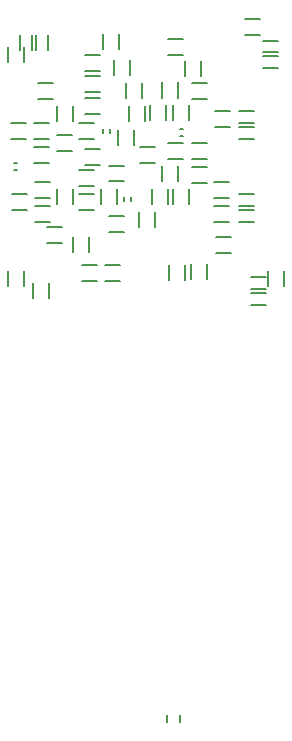
<source format=gbo>
G04*
G04 #@! TF.GenerationSoftware,Altium Limited,Altium Designer,21.5.1 (32)*
G04*
G04 Layer_Color=32896*
%FSLAX44Y44*%
%MOMM*%
G71*
G04*
G04 #@! TF.SameCoordinates,CE61D733-3D9C-4286-B01C-F70B086857D8*
G04*
G04*
G04 #@! TF.FilePolarity,Positive*
G04*
G01*
G75*
%ADD13C,0.2000*%
%ADD72C,0.1500*%
D13*
X608706Y689467D02*
X621431D01*
X608706Y675967D02*
X621431D01*
X498377Y793993D02*
X511102D01*
X498377Y807493D02*
X511102D01*
X498377Y812035D02*
X511102D01*
X498377Y825535D02*
X511102D01*
X519637Y777700D02*
Y780700D01*
X513138Y777700D02*
Y780700D01*
X498377Y750493D02*
X511102D01*
X498377Y763992D02*
X511102D01*
X493095Y745950D02*
X505820D01*
X493095Y732450D02*
X505820D01*
X493095Y712450D02*
X505820D01*
X493095Y725950D02*
X505820D01*
X493370Y772450D02*
X506095D01*
X493370Y785950D02*
X506095D01*
X498377Y843578D02*
X511102D01*
X498377Y830078D02*
X511102D01*
X474052Y717839D02*
Y730564D01*
X487552Y717839D02*
Y730564D01*
X455785Y722450D02*
X468510D01*
X455785Y735950D02*
X468510D01*
X455785Y702450D02*
X468510D01*
X455785Y715950D02*
X468510D01*
X436518Y712450D02*
X449243D01*
X436518Y725950D02*
X449243D01*
X568378Y844035D02*
X581102D01*
X568378Y857535D02*
X581102D01*
X582985Y825767D02*
Y838492D01*
X596485Y825767D02*
Y838492D01*
X501212Y677077D02*
Y689802D01*
X487712Y677077D02*
Y689802D01*
X569390Y653244D02*
Y665969D01*
X582890Y653244D02*
Y665969D01*
X587433Y654052D02*
Y666777D01*
X600933Y654052D02*
Y666777D01*
X633581Y874313D02*
X646306D01*
X633581Y860813D02*
X646306D01*
X568378Y768872D02*
X581102D01*
X568378Y755372D02*
X581102D01*
X537405Y720320D02*
Y723320D01*
X530905Y720320D02*
Y723320D01*
X437543Y745950D02*
X440543D01*
X437543Y752450D02*
X440543D01*
X578240Y781414D02*
X581240D01*
X578240Y774915D02*
X581240D01*
X432990Y647838D02*
Y660563D01*
X446490Y647838D02*
Y660563D01*
Y837838D02*
Y850562D01*
X432990Y837838D02*
Y850562D01*
X442990Y847838D02*
Y860562D01*
X456490Y847838D02*
Y860562D01*
X453750Y637887D02*
Y650612D01*
X467250Y637887D02*
Y650612D01*
X465862Y684408D02*
X478587D01*
X465862Y697908D02*
X478587D01*
X458377Y806105D02*
X471102D01*
X458377Y819605D02*
X471102D01*
X435568Y772450D02*
X448293D01*
X435568Y785950D02*
X448293D01*
X452995Y847843D02*
Y860567D01*
X466495Y847843D02*
Y860567D01*
X495325Y665945D02*
X508049D01*
X495325Y652445D02*
X508049D01*
X454835Y785950D02*
X467560D01*
X454835Y772450D02*
X467560D01*
X514592Y652470D02*
X527317D01*
X514592Y665970D02*
X527317D01*
X474103Y762450D02*
X486827D01*
X474103Y775950D02*
X486827D01*
X454835Y752450D02*
X467560D01*
X454835Y765950D02*
X467560D01*
X487828Y787838D02*
Y800562D01*
X474328Y787838D02*
Y800562D01*
X536485Y826373D02*
Y839097D01*
X522985Y826373D02*
Y839097D01*
X526490Y849121D02*
Y861845D01*
X512990Y849121D02*
Y861845D01*
X532975Y807105D02*
Y819830D01*
X546475Y807105D02*
Y819830D01*
X543447Y697838D02*
Y710563D01*
X556948Y697838D02*
Y710563D01*
X576490Y737104D02*
Y749829D01*
X562990Y737104D02*
Y749829D01*
X544723Y765950D02*
X557447D01*
X544723Y752450D02*
X557447D01*
X525680Y767837D02*
Y780562D01*
X539180Y767837D02*
Y780562D01*
X576490Y807725D02*
Y820449D01*
X562990Y807725D02*
Y820449D01*
X588378Y735553D02*
X601102D01*
X588378Y749053D02*
X601102D01*
X588378Y755372D02*
X601102D01*
X588378Y768872D02*
X601102D01*
X588378Y806724D02*
X601102D01*
X588378Y820225D02*
X601102D01*
X608378Y782445D02*
X621102D01*
X608378Y795945D02*
X621102D01*
X628378Y725956D02*
X641103D01*
X628378Y712456D02*
X641103D01*
X628378Y795950D02*
X641103D01*
X628378Y782450D02*
X641103D01*
X628378Y785950D02*
X641103D01*
X628378Y772450D02*
X641103D01*
X638378Y632450D02*
X651103D01*
X638378Y645950D02*
X651103D01*
X648378Y845950D02*
X661103D01*
X648378Y832450D02*
X661103D01*
X648378Y842450D02*
X661103D01*
X648378Y855950D02*
X661103D01*
X518377Y693528D02*
X531102D01*
X518377Y707027D02*
X531102D01*
X518377Y736612D02*
X531102D01*
X518377Y750112D02*
X531102D01*
X607645Y702450D02*
X620370D01*
X607645Y715950D02*
X620370D01*
X607645Y722450D02*
X620370D01*
X607645Y735950D02*
X620370D01*
X628378Y715950D02*
X641103D01*
X628378Y702450D02*
X641103D01*
X638378Y655950D02*
X651103D01*
X638378Y642450D02*
X651103D01*
X572990Y717286D02*
Y730011D01*
X586490Y717286D02*
Y730011D01*
X524863Y717838D02*
Y730562D01*
X511362Y717838D02*
Y730562D01*
X554947Y717838D02*
Y730562D01*
X568447Y717838D02*
Y730562D01*
X552990Y788457D02*
Y801182D01*
X566490Y788457D02*
Y801182D01*
X586490Y788457D02*
Y801182D01*
X572990Y788457D02*
Y801182D01*
X548447Y787838D02*
Y800562D01*
X534947Y787838D02*
Y800562D01*
X652990Y647838D02*
Y660563D01*
X666490Y647838D02*
Y660563D01*
D72*
X578373Y278591D02*
Y284591D01*
X567372Y278591D02*
Y284591D01*
M02*

</source>
